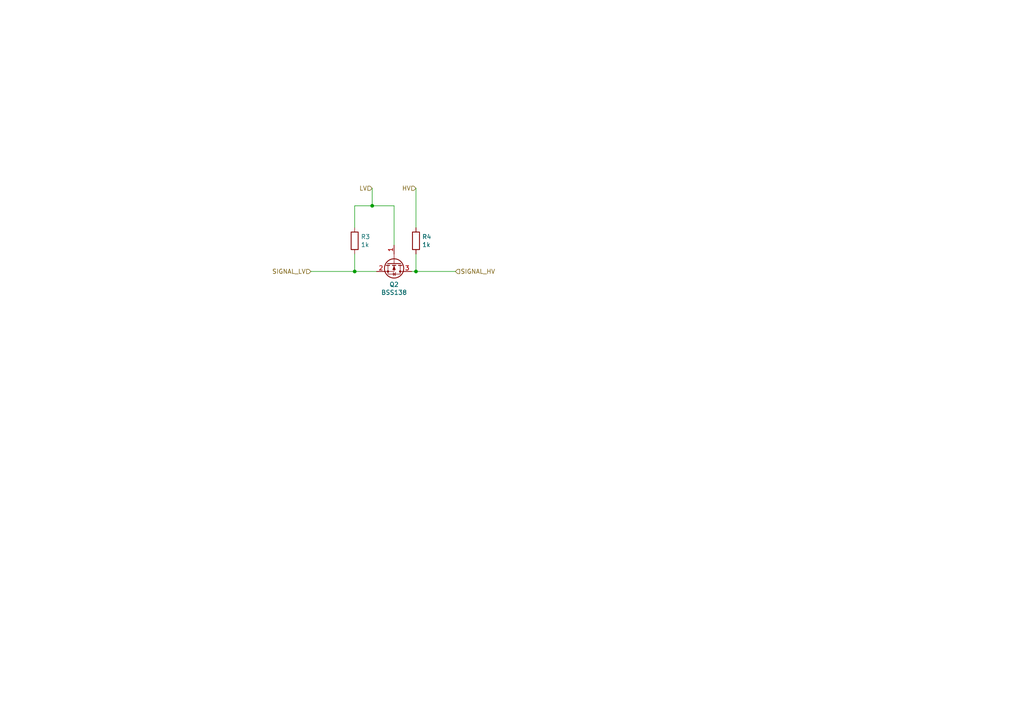
<source format=kicad_sch>
(kicad_sch (version 20231120) (generator "eeschema") (generator_version "8.0")
  (paper "A4")
  (lib_symbols
    (symbol "Device:R" (pin_numbers hide) (pin_names (offset 0))
      (property "Reference" "R" (at 2.032 0 90))
      (property "Value" "R" (at 0 0 90))
      (symbol "R_0_1"
        (rectangle (start -1.016 -2.54) (end 1.016 2.54) (stroke (width 0.254)))
      )
      (symbol "R_1_1"
        (pin passive line (at 0 3.81 270) (length 1.27) (name "~") (number "1"))
        (pin passive line (at 0 -3.81 90) (length 1.27) (name "~") (number "2"))
      )
    )
    (symbol "Transistor_FET:BSS138" (pin_names hide)
      (property "Reference" "Q" (at 5.08 1.905 0))
      (property "Value" "BSS138" (at 5.08 0 0))
      (symbol "BSS138_0_1"
        (polyline (pts (xy 0.254 0) (xy -2.54 0)))
        (polyline (pts (xy 0.254 1.905) (xy 0.254 -1.905)) (stroke (width 0.254)))
        (polyline (pts (xy 0.762 -1.27) (xy 0.762 -2.286)) (stroke (width 0.254)))
        (polyline (pts (xy 0.762 0.508) (xy 0.762 -0.508)) (stroke (width 0.254)))
        (polyline (pts (xy 0.762 2.286) (xy 0.762 1.27)) (stroke (width 0.254)))
        (polyline (pts (xy 2.54 2.54) (xy 2.54 1.778)))
        (polyline (pts (xy 2.54 -2.54) (xy 2.54 0) (xy 0.762 0)))
        (polyline (pts (xy 0.762 -1.778) (xy 3.302 -1.778) (xy 3.302 1.778) (xy 0.762 1.778)))
        (polyline (pts (xy 1.016 0) (xy 2.032 0.381) (xy 2.032 -0.381) (xy 1.016 0)) (fill (type outline)))
        (polyline (pts (xy 2.794 0.508) (xy 2.921 0.381) (xy 3.683 0.381) (xy 3.81 0.254)))
        (polyline (pts (xy 3.302 0.381) (xy 2.921 -0.254) (xy 3.683 -0.254) (xy 3.302 0.381)))
        (circle (center 1.651 0) (radius 2.794) (stroke (width 0.254)))
        (circle (center 2.54 -1.778) (radius 0.254) (fill (type outline)))
        (circle (center 2.54 1.778) (radius 0.254) (fill (type outline)))
      )
      (symbol "BSS138_1_1"
        (pin input line (at -5.08 0 0) (length 2.54) (name "G") (number "1"))
        (pin passive line (at 2.54 -5.08 90) (length 2.54) (name "S") (number "2"))
        (pin passive line (at 2.54 5.08 270) (length 2.54) (name "D") (number "3"))
      )
    )
  )
  (junction (at 120.65 78.74))
  (junction (at 102.87 78.74))
  (junction (at 107.95 59.69))
  (wire (pts (xy 119.38 78.74) (xy 120.65 78.74)))
  (wire (pts (xy 120.65 78.74) (xy 132.08 78.74)))
  (wire (pts (xy 120.65 66.04) (xy 120.65 54.61)))
  (wire (pts (xy 90.17 78.74) (xy 102.87 78.74)))
  (wire (pts (xy 114.3 71.12) (xy 114.3 59.69)))
  (wire (pts (xy 120.65 78.74) (xy 120.65 73.66)))
  (wire (pts (xy 107.95 59.69) (xy 102.87 59.69)))
  (wire (pts (xy 102.87 66.04) (xy 102.87 59.69)))
  (wire (pts (xy 102.87 78.74) (xy 109.22 78.74)))
  (wire (pts (xy 107.95 59.69) (xy 107.95 54.61)))
  (wire (pts (xy 102.87 73.66) (xy 102.87 78.74)))
  (wire (pts (xy 114.3 59.69) (xy 107.95 59.69)))
  (hierarchical_label "SIGNAL_LV" (shape input) (at 90.17 78.74 180))
  (hierarchical_label "SIGNAL_HV" (shape input) (at 132.08 78.74 0))
  (hierarchical_label "LV" (shape input) (at 107.95 54.61 180))
  (hierarchical_label "HV" (shape input) (at 120.65 54.61 180))
  (symbol (lib_id "Transistor_FET:BSS138") (at 114.3 76.2 270) (unit 1)
    (property "Reference" "Q2" (at 114.3 82.5246 90))
    (property "Value" "BSS138" (at 114.3 84.836 90))
    (property "Footprint" "Package_TO_SOT_SMD:SOT-23" (effects (hide yes)))
    (property "Datasheet" "https://www.onsemi.com/pub/Collateral/BSS138-D.PDF" (effects (hide yes)))
    (property "Description" "50V Vds, 0.22A Id, N-Channel MOSFET, SOT-23" (effects (hide yes)))
    (property "LCSC" "C3040446" (effects (hide yes)))
    (property "Part Number" "AP2300" (effects (hide yes)))
    (property "Stock_PN" "Q-AP2300" (effects (hide yes)))
    (property "Digikey" "BSS138K-13DICT-ND" (effects (hide yes)))
    (instances (project "xESC_FY_r4" (path "" (reference "Q2") (unit 1)) (path "" (reference "Q1") (unit 1)) (path "" (reference "Q3") (unit 1))))
  )
  (symbol (lib_id "Device:R") (at 102.87 69.85 0) (unit 1)
    (property "Reference" "R3" (at 104.648 68.6816 0) (effects (justify left)))
    (property "Value" "1k" (at 104.648 70.993 0) (effects (justify left)))
    (property "Footprint" "Resistor_SMD:R_0805_2012Metric_Pad1.20x1.40mm_HandSolder" (effects (hide yes)))
    (property "Description" "Resistor" (effects (hide yes)))
    (property "Stock_PN" "R-805-1K-.125W-1%" (effects (hide yes)))
    (property "Digikey" "311-1.00KCRCT-ND" (effects (hide yes)))
    (property "Part Number" "RC0805FR-071KL" (effects (hide yes)))
    (property "LCSC" "C95781" (effects (hide yes)))
    (instances (project "xESC_FY_r4" (path "" (reference "R3") (unit 1)) (path "" (reference "R1") (unit 1)) (path "" (reference "R7") (unit 1))))
  )
  (symbol (lib_id "Device:R") (at 120.65 69.85 0) (unit 1)
    (property "Reference" "R4" (at 122.428 68.6816 0) (effects (justify left)))
    (property "Value" "1k" (at 122.428 70.993 0) (effects (justify left)))
    (property "Footprint" "Resistor_SMD:R_0805_2012Metric_Pad1.20x1.40mm_HandSolder" (effects (hide yes)))
    (property "Description" "Resistor" (effects (hide yes)))
    (property "Stock_PN" "R-805-1K-.125W-1%" (effects (hide yes)))
    (property "Digikey" "311-1.00KCRCT-ND" (effects (hide yes)))
    (property "Part Number" "RC0805FR-071KL" (effects (hide yes)))
    (property "LCSC" "C95781" (effects (hide yes)))
    (instances (project "xESC_FY_r4" (path "" (reference "R4") (unit 1)) (path "" (reference "R2") (unit 1)) (path "" (reference "R8") (unit 1))))
  )
)
</source>
